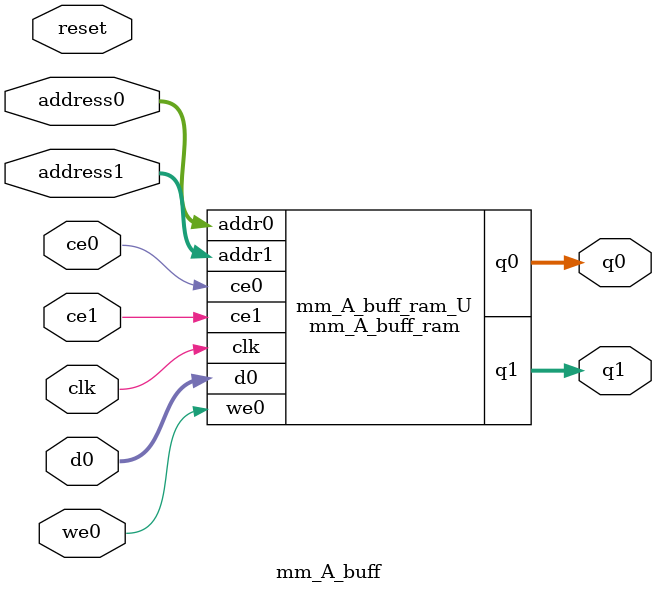
<source format=v>
`timescale 1 ns / 1 ps
module mm_A_buff_ram (addr0, ce0, d0, we0, q0, addr1, ce1, q1,  clk);

parameter DWIDTH = 32;
parameter AWIDTH = 5;
parameter MEM_SIZE = 32;

input[AWIDTH-1:0] addr0;
input ce0;
input[DWIDTH-1:0] d0;
input we0;
output reg[DWIDTH-1:0] q0;
input[AWIDTH-1:0] addr1;
input ce1;
output reg[DWIDTH-1:0] q1;
input clk;

reg [DWIDTH-1:0] ram[0:MEM_SIZE-1];




always @(posedge clk)  
begin 
    if (ce0) begin
        if (we0) 
            ram[addr0] <= d0; 
        q0 <= ram[addr0];
    end
end


always @(posedge clk)  
begin 
    if (ce1) begin
        q1 <= ram[addr1];
    end
end


endmodule

`timescale 1 ns / 1 ps
module mm_A_buff(
    reset,
    clk,
    address0,
    ce0,
    we0,
    d0,
    q0,
    address1,
    ce1,
    q1);

parameter DataWidth = 32'd32;
parameter AddressRange = 32'd32;
parameter AddressWidth = 32'd5;
input reset;
input clk;
input[AddressWidth - 1:0] address0;
input ce0;
input we0;
input[DataWidth - 1:0] d0;
output[DataWidth - 1:0] q0;
input[AddressWidth - 1:0] address1;
input ce1;
output[DataWidth - 1:0] q1;



mm_A_buff_ram mm_A_buff_ram_U(
    .clk( clk ),
    .addr0( address0 ),
    .ce0( ce0 ),
    .we0( we0 ),
    .d0( d0 ),
    .q0( q0 ),
    .addr1( address1 ),
    .ce1( ce1 ),
    .q1( q1 ));

endmodule


</source>
